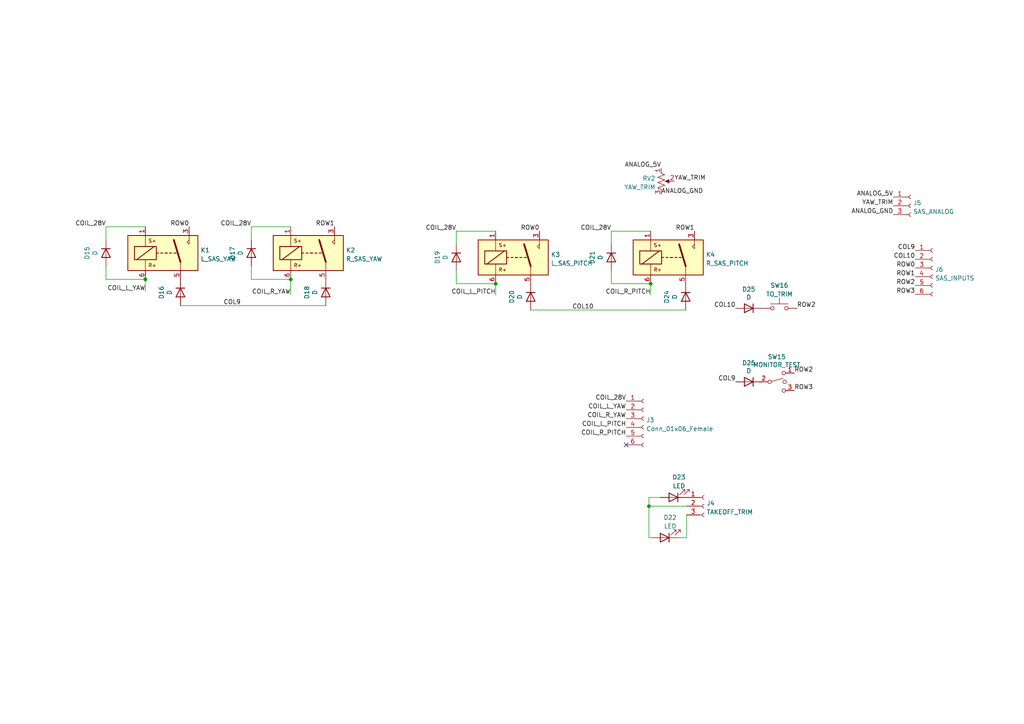
<source format=kicad_sch>
(kicad_sch (version 20230121) (generator eeschema)
  (paper "A4")
  (lib_symbols
    (symbol "Connector:Conn_01x03_Female" (pin_names (offset 1.016) hide)
      (property "Reference" "J" (at 0 5.08 0))
      (property "Value" "Conn_01x03_Female" (at 0 -5.08 0))
      (symbol "Conn_01x03_Female_1_1"
        (arc (start 0 -2.032) (mid -0.5058 -2.54) (end 0 -3.048) (stroke (width 0.1524)))
        (polyline (pts (xy -1.27 -2.54) (xy -0.508 -2.54)) (stroke (width 0.1524)))
        (polyline (pts (xy -1.27 0) (xy -0.508 0)) (stroke (width 0.1524)))
        (polyline (pts (xy -1.27 2.54) (xy -0.508 2.54)) (stroke (width 0.1524)))
        (arc (start 0 0.508) (mid -0.5058 0) (end 0 -0.508) (stroke (width 0.1524)))
        (arc (start 0 3.048) (mid -0.5058 2.54) (end 0 2.032) (stroke (width 0.1524)))
        (pin passive line (at -5.08 2.54 0) (length 3.81) (name "Pin_1") (number "1"))
        (pin passive line (at -5.08 0 0) (length 3.81) (name "Pin_2") (number "2"))
        (pin passive line (at -5.08 -2.54 0) (length 3.81) (name "Pin_3") (number "3"))
      )
    )
    (symbol "Connector:Conn_01x06_Female" (pin_names (offset 1.016) hide)
      (property "Reference" "J" (at 0 7.62 0))
      (property "Value" "Conn_01x06_Female" (at 0 -10.16 0))
      (symbol "Conn_01x06_Female_1_1"
        (arc (start 0 -7.112) (mid -0.5058 -7.62) (end 0 -8.128) (stroke (width 0.1524)))
        (arc (start 0 -4.572) (mid -0.5058 -5.08) (end 0 -5.588) (stroke (width 0.1524)))
        (arc (start 0 -2.032) (mid -0.5058 -2.54) (end 0 -3.048) (stroke (width 0.1524)))
        (polyline (pts (xy -1.27 -7.62) (xy -0.508 -7.62)) (stroke (width 0.1524)))
        (polyline (pts (xy -1.27 -5.08) (xy -0.508 -5.08)) (stroke (width 0.1524)))
        (polyline (pts (xy -1.27 -2.54) (xy -0.508 -2.54)) (stroke (width 0.1524)))
        (polyline (pts (xy -1.27 0) (xy -0.508 0)) (stroke (width 0.1524)))
        (polyline (pts (xy -1.27 2.54) (xy -0.508 2.54)) (stroke (width 0.1524)))
        (polyline (pts (xy -1.27 5.08) (xy -0.508 5.08)) (stroke (width 0.1524)))
        (arc (start 0 0.508) (mid -0.5058 0) (end 0 -0.508) (stroke (width 0.1524)))
        (arc (start 0 3.048) (mid -0.5058 2.54) (end 0 2.032) (stroke (width 0.1524)))
        (arc (start 0 5.588) (mid -0.5058 5.08) (end 0 4.572) (stroke (width 0.1524)))
        (pin passive line (at -5.08 5.08 0) (length 3.81) (name "Pin_1") (number "1"))
        (pin passive line (at -5.08 2.54 0) (length 3.81) (name "Pin_2") (number "2"))
        (pin passive line (at -5.08 0 0) (length 3.81) (name "Pin_3") (number "3"))
        (pin passive line (at -5.08 -2.54 0) (length 3.81) (name "Pin_4") (number "4"))
        (pin passive line (at -5.08 -5.08 0) (length 3.81) (name "Pin_5") (number "5"))
        (pin passive line (at -5.08 -7.62 0) (length 3.81) (name "Pin_6") (number "6"))
      )
    )
    (symbol "Device:D" (pin_numbers hide) (pin_names (offset 1.016) hide)
      (property "Reference" "D" (at 0 2.54 0))
      (property "Value" "D" (at 0 -2.54 0))
      (symbol "D_0_1"
        (polyline (pts (xy -1.27 1.27) (xy -1.27 -1.27)) (stroke (width 0.254)))
        (polyline (pts (xy 1.27 0) (xy -1.27 0)))
        (polyline (pts (xy 1.27 1.27) (xy 1.27 -1.27) (xy -1.27 0) (xy 1.27 1.27)) (stroke (width 0.254)))
      )
      (symbol "D_1_1"
        (pin passive line (at -3.81 0 0) (length 2.54) (name "K") (number "1"))
        (pin passive line (at 3.81 0 180) (length 2.54) (name "A") (number "2"))
      )
    )
    (symbol "Device:LED" (pin_numbers hide) (pin_names (offset 1.016) hide)
      (property "Reference" "D" (at 0 2.54 0))
      (property "Value" "LED" (at 0 -2.54 0))
      (symbol "LED_0_1"
        (polyline (pts (xy -1.27 -1.27) (xy -1.27 1.27)) (stroke (width 0.254)))
        (polyline (pts (xy -1.27 0) (xy 1.27 0)))
        (polyline (pts (xy 1.27 -1.27) (xy 1.27 1.27) (xy -1.27 0) (xy 1.27 -1.27)) (stroke (width 0.254)))
        (polyline (pts (xy -3.048 -0.762) (xy -4.572 -2.286) (xy -3.81 -2.286) (xy -4.572 -2.286) (xy -4.572 -1.524)))
        (polyline (pts (xy -1.778 -0.762) (xy -3.302 -2.286) (xy -2.54 -2.286) (xy -3.302 -2.286) (xy -3.302 -1.524)))
      )
      (symbol "LED_1_1"
        (pin passive line (at -3.81 0 0) (length 2.54) (name "K") (number "1"))
        (pin passive line (at 3.81 0 180) (length 2.54) (name "A") (number "2"))
      )
    )
    (symbol "Device:R_Potentiometer_US" (pin_names (offset 1.016) hide)
      (property "Reference" "RV" (at -4.445 0 90))
      (property "Value" "R_Potentiometer_US" (at -2.54 0 90))
      (symbol "R_Potentiometer_US_0_1"
        (polyline (pts (xy 0 -2.286) (xy 0 -2.54)))
        (polyline (pts (xy 0 2.54) (xy 0 2.286)))
        (polyline (pts (xy 2.54 0) (xy 1.524 0)))
        (polyline (pts (xy 1.143 0) (xy 2.286 0.508) (xy 2.286 -0.508) (xy 1.143 0)) (fill (type outline)))
        (polyline (pts (xy 0 -0.762) (xy 1.016 -1.143) (xy 0 -1.524) (xy -1.016 -1.905) (xy 0 -2.286)))
        (polyline (pts (xy 0 0.762) (xy 1.016 0.381) (xy 0 0) (xy -1.016 -0.381) (xy 0 -0.762)))
        (polyline (pts (xy 0 2.286) (xy 1.016 1.905) (xy 0 1.524) (xy -1.016 1.143) (xy 0 0.762)))
      )
      (symbol "R_Potentiometer_US_1_1"
        (pin passive line (at 0 3.81 270) (length 1.27) (name "1") (number "1"))
        (pin passive line (at 3.81 0 180) (length 1.27) (name "2") (number "2"))
        (pin passive line (at 0 -3.81 90) (length 1.27) (name "3") (number "3"))
      )
    )
    (symbol "Relay:ADW11"
      (property "Reference" "K" (at 11.43 3.81 0))
      (property "Value" "ADW11" (at 13.97 1.27 0))
      (symbol "ADW11_1_1"
        (rectangle (start -10.16 5.08) (end 10.16 -5.08) (stroke (width 0.254)) (fill (type background)))
        (rectangle (start -8.255 1.905) (end -1.905 -1.905) (stroke (width 0.254)))
        (polyline (pts (xy -7.62 -1.905) (xy -2.54 1.905)) (stroke (width 0.254)))
        (polyline (pts (xy -5.08 -5.08) (xy -5.08 -1.905)))
        (polyline (pts (xy -5.08 5.08) (xy -5.08 1.905)))
        (polyline (pts (xy -1.905 0) (xy -1.27 0)) (stroke (width 0.254)))
        (polyline (pts (xy -0.635 0) (xy 0 0)) (stroke (width 0.254)))
        (polyline (pts (xy 0.635 0) (xy 1.27 0)) (stroke (width 0.254)))
        (polyline (pts (xy 0.635 0) (xy 1.27 0)) (stroke (width 0.254)))
        (polyline (pts (xy 1.905 0) (xy 2.54 0)) (stroke (width 0.254)))
        (polyline (pts (xy 3.175 0) (xy 3.81 0)) (stroke (width 0.254)))
        (polyline (pts (xy 5.08 -2.54) (xy 3.175 3.81)) (stroke (width 0.508)))
        (polyline (pts (xy 5.08 -2.54) (xy 5.08 -5.08)))
        (polyline (pts (xy 7.62 3.81) (xy 7.62 5.08)))
        (polyline (pts (xy 7.62 3.81) (xy 7.62 2.54) (xy 6.985 3.175) (xy 7.62 3.81)))
        (text "R+" (at -3.048 -3.556 0) (effects (font (size 1.016 1.016))))
        (text "S+" (at -3.048 3.556 0) (effects (font (size 1.016 1.016))))
        (pin passive line (at -5.08 7.62 270) (length 2.54) (name "~") (number "1"))
        (pin passive line (at 7.62 7.62 270) (length 2.54) (name "~") (number "3"))
        (pin passive line (at 5.08 -7.62 90) (length 2.54) (name "~") (number "5"))
        (pin passive line (at -5.08 -7.62 90) (length 2.54) (name "~") (number "6"))
      )
    )
    (symbol "Switch:SW_Push" (pin_numbers hide) (pin_names (offset 1.016) hide)
      (property "Reference" "SW" (at 1.27 2.54 0))
      (property "Value" "SW_Push" (at 0 -1.524 0))
      (symbol "SW_Push_0_1"
        (circle (center -2.032 0) (radius 0.508))
        (polyline (pts (xy 0 1.27) (xy 0 3.048)))
        (polyline (pts (xy 2.54 1.27) (xy -2.54 1.27)))
        (circle (center 2.032 0) (radius 0.508))
        (pin passive line (at -5.08 0 0) (length 2.54) (name "1") (number "1"))
        (pin passive line (at 5.08 0 180) (length 2.54) (name "2") (number "2"))
      )
    )
    (symbol "Switch:SW_SPDT_MSM" (pin_names (offset 0) hide)
      (property "Reference" "SW" (at 0 5.08 0))
      (property "Value" "SW_SPDT_MSM" (at 0 -5.08 0))
      (symbol "SW_SPDT_MSM_0_0"
        (circle (center -2.032 0) (radius 0.508))
        (polyline (pts (xy -1.524 0.127) (xy 1.778 1.016)))
        (circle (center 2.032 -2.54) (radius 0.508))
      )
      (symbol "SW_SPDT_MSM_0_1"
        (circle (center 2.032 2.54) (radius 0.508))
        (circle (center 2.286 0) (radius 0.508))
      )
      (symbol "SW_SPDT_MSM_1_1"
        (pin passive line (at 5.08 2.54 180) (length 2.54) (name "1") (number "1"))
        (pin passive line (at -5.08 0 0) (length 2.54) (name "2") (number "2"))
        (pin passive line (at 5.08 -2.54 180) (length 2.54) (name "3") (number "3"))
      )
    )
  )
  (junction (at 188.722 82.296))
  (junction (at 188.214 146.812))
  (junction (at 42.164 81.026))
  (junction (at 143.764 82.296))
  (junction (at 84.328 81.026))
  (no_connect (at 181.61 129.032))
  (wire (pts (xy 132.334 67.056) (xy 132.334 70.866)))
  (wire (pts (xy 177.292 67.056) (xy 177.292 70.866)))
  (wire (pts (xy 199.136 155.956) (xy 196.596 155.956)))
  (wire (pts (xy 188.722 67.056) (xy 177.292 67.056)))
  (wire (pts (xy 72.898 65.786) (xy 72.898 69.596)))
  (wire (pts (xy 42.164 65.786) (xy 30.734 65.786)))
  (wire (pts (xy 84.328 81.026) (xy 84.328 85.598)))
  (wire (pts (xy 42.164 81.026) (xy 30.734 81.026)))
  (wire (pts (xy 188.214 146.812) (xy 199.136 146.812)))
  (wire (pts (xy 52.324 88.646) (xy 94.488 88.646)))
  (wire (pts (xy 188.214 155.956) (xy 188.976 155.956)))
  (wire (pts (xy 153.924 89.916) (xy 198.882 89.916)))
  (wire (pts (xy 84.328 81.026) (xy 72.898 81.026)))
  (wire (pts (xy 220.98 110.744) (xy 220.218 110.744)))
  (wire (pts (xy 188.722 82.296) (xy 177.292 82.296)))
  (wire (pts (xy 188.722 82.296) (xy 188.722 85.598)))
  (wire (pts (xy 199.136 149.352) (xy 199.136 155.956)))
  (wire (pts (xy 30.734 65.786) (xy 30.734 69.596)))
  (wire (pts (xy 143.764 67.056) (xy 132.334 67.056)))
  (wire (pts (xy 177.292 82.296) (xy 177.292 78.486)))
  (wire (pts (xy 42.164 81.026) (xy 42.164 84.582)))
  (wire (pts (xy 191.516 144.272) (xy 188.214 144.272)))
  (wire (pts (xy 143.764 82.296) (xy 132.334 82.296)))
  (wire (pts (xy 84.328 65.786) (xy 72.898 65.786)))
  (wire (pts (xy 188.214 144.272) (xy 188.214 146.812)))
  (wire (pts (xy 72.898 81.026) (xy 72.898 77.216)))
  (wire (pts (xy 143.764 82.296) (xy 143.764 85.598)))
  (wire (pts (xy 30.734 81.026) (xy 30.734 77.216)))
  (wire (pts (xy 132.334 82.296) (xy 132.334 78.486)))
  (wire (pts (xy 188.214 146.812) (xy 188.214 155.956)))
  (label "ANALOG_5V" (at 259.08 57.15 180))
  (label "ANALOG_GND" (at 259.08 62.23 180))
  (label "ROW2" (at 230.378 108.204 0))
  (label "COL9" (at 213.36 110.744 180))
  (label "ROW0" (at 265.43 77.724 180))
  (label "COL9" (at 265.43 72.644 180))
  (label "COIL_R_PITCH" (at 188.722 85.598 180))
  (label "COIL_R_PITCH" (at 181.61 126.492 180))
  (label "ROW1" (at 97.028 65.786 180))
  (label "ROW0" (at 54.864 65.786 180))
  (label "COL10" (at 265.43 75.184 180))
  (label "COIL_R_YAW" (at 181.61 121.412 180))
  (label "ANALOG_GND" (at 191.77 56.388 0))
  (label "ROW3" (at 265.43 85.344 180))
  (label "COIL_28V" (at 30.734 65.786 180))
  (label "COIL_L_YAW" (at 181.61 118.872 180))
  (label "COL10" (at 172.212 89.916 180))
  (label "COIL_28V" (at 181.61 116.332 180))
  (label "COIL_28V" (at 132.334 67.056 180))
  (label "COL10" (at 213.36 89.408 180))
  (label "ROW0" (at 156.464 67.056 180))
  (label "YAW_TRIM" (at 259.08 59.69 180))
  (label "COIL_L_YAW" (at 42.164 84.582 180))
  (label "COIL_28V" (at 177.292 67.056 180))
  (label "ROW2" (at 231.14 89.408 0))
  (label "ROW1" (at 201.422 67.056 180))
  (label "COIL_28V" (at 72.898 65.786 180))
  (label "ANALOG_5V" (at 191.77 48.768 180))
  (label "COL9" (at 69.85 88.646 180))
  (label "ROW3" (at 230.378 113.284 0))
  (label "ROW2" (at 265.43 82.804 180))
  (label "YAW_TRIM" (at 195.58 52.578 0))
  (label "COIL_R_YAW" (at 84.328 85.598 180))
  (label "ROW1" (at 265.43 80.264 180))
  (label "COIL_L_PITCH" (at 143.764 85.598 180))
  (label "COIL_L_PITCH" (at 181.61 123.952 180))
  (symbol (lib_id "Device:LED") (at 192.786 155.956 180) (unit 1)
    (property "Reference" "D22" (at 194.3735 150.0972 0))
    (property "Value" "LED" (at 194.3735 152.6341 0))
    (property "Footprint" "Connector_Molex:Molex_KK-254_AE-6410-02A_1x02_P2.54mm_Vertical" (effects hide))
  )
  (symbol (lib_id "Connector:Conn_01x06_Female") (at 270.51 77.724 0) (unit 1)
    (property "Reference" "J6" (at 271.2212 78.1593 0) (effects (justify left)))
    (property "Value" "SAS_INPUTS" (at 271.2212 80.6962 0) (effects (justify left)))
  )
  (symbol (lib_id "Relay:ADW11") (at 148.844 74.676 0) (unit 1)
    (property "Reference" "K3" (at 159.766 73.8413 0) (effects (justify left)))
    (property "Value" "L_SAS_PITCH" (at 159.766 76.3782 0) (effects (justify left)))
    (property "Footprint" "Relay_THT:Relay_1P1T_NO_10x24x18.8mm_Panasonic_ADW11xxxxW_THT" (effects hide))
    (property "Datasheet" "https://www.panasonic-electric-works.com/pew/es/downloads/ds_dw_hl_en.pdf" (effects hide))
  )
  (symbol (lib_id "Relay:ADW11") (at 193.802 74.676 0) (unit 1)
    (property "Reference" "K4" (at 204.724 73.8413 0) (effects (justify left)))
    (property "Value" "R_SAS_PITCH" (at 204.724 76.3782 0) (effects (justify left)))
    (property "Footprint" "Relay_THT:Relay_1P1T_NO_10x24x18.8mm_Panasonic_ADW11xxxxW_THT" (effects hide))
    (property "Datasheet" "https://www.panasonic-electric-works.com/pew/es/downloads/ds_dw_hl_en.pdf" (effects hide))
  )
  (symbol (lib_id "Connector:Conn_01x03_Female") (at 204.216 146.812 0) (unit 1)
    (property "Reference" "J4" (at 204.9272 145.9773 0) (effects (justify left)))
    (property "Value" "TAKEOFF_TRIM" (at 204.9272 148.5142 0) (effects (justify left)))
  )
  (symbol (lib_id "Device:D") (at 52.324 84.836 90) (mirror x) (unit 1)
    (property "Reference" "D16" (at 46.8376 84.836 0))
    (property "Value" "D" (at 49.149 84.836 0))
    (property "Footprint" "Diode_THT:D_A-405_P7.62mm_Horizontal" (effects hide))
  )
  (symbol (lib_id "Device:D") (at 198.882 86.106 90) (mirror x) (unit 1)
    (property "Reference" "D24" (at 193.3956 86.106 0))
    (property "Value" "D" (at 195.707 86.106 0))
    (property "Footprint" "Diode_THT:D_A-405_P7.62mm_Horizontal" (effects hide))
  )
  (symbol (lib_id "Relay:ADW11") (at 89.408 73.406 0) (unit 1)
    (property "Reference" "K2" (at 100.33 72.5713 0) (effects (justify left)))
    (property "Value" "R_SAS_YAW" (at 100.33 75.1082 0) (effects (justify left)))
    (property "Footprint" "Relay_THT:Relay_1P1T_NO_10x24x18.8mm_Panasonic_ADW11xxxxW_THT" (effects hide))
    (property "Datasheet" "https://www.panasonic-electric-works.com/pew/es/downloads/ds_dw_hl_en.pdf" (effects hide))
  )
  (symbol (lib_id "Switch:SW_SPDT_MSM") (at 225.298 110.744 0) (unit 1)
    (property "Reference" "SW15" (at 225.298 103.505 0))
    (property "Value" "MONITOR_TEST" (at 225.298 105.8164 0))
    (property "Footprint" "PT_Library_v001:Molex_1x03_P2.54mm_Vertical" (effects hide))
  )
  (symbol (lib_id "Device:D") (at 30.734 73.406 90) (mirror x) (unit 1)
    (property "Reference" "D15" (at 25.2476 73.406 0))
    (property "Value" "D" (at 27.559 73.406 0))
    (property "Footprint" "Diode_THT:D_A-405_P7.62mm_Horizontal" (effects hide))
  )
  (symbol (lib_id "Device:D") (at 132.334 74.676 90) (mirror x) (unit 1)
    (property "Reference" "D19" (at 126.8476 74.676 0))
    (property "Value" "D" (at 129.159 74.676 0))
    (property "Footprint" "Diode_THT:D_A-405_P7.62mm_Horizontal" (effects hide))
  )
  (symbol (lib_id "Device:D") (at 177.292 74.676 90) (mirror x) (unit 1)
    (property "Reference" "D21" (at 171.8056 74.676 0))
    (property "Value" "D" (at 174.117 74.676 0))
    (property "Footprint" "Diode_THT:D_A-405_P7.62mm_Horizontal" (effects hide))
  )
  (symbol (lib_id "Relay:ADW11") (at 47.244 73.406 0) (unit 1)
    (property "Reference" "K1" (at 58.166 72.5713 0) (effects (justify left)))
    (property "Value" "L_SAS_YAW" (at 58.166 75.1082 0) (effects (justify left)))
    (property "Footprint" "Relay_THT:Relay_1P1T_NO_10x24x18.8mm_Panasonic_ADW11xxxxW_THT" (effects hide))
    (property "Datasheet" "https://www.panasonic-electric-works.com/pew/es/downloads/ds_dw_hl_en.pdf" (effects hide))
  )
  (symbol (lib_id "Device:D") (at 72.898 73.406 90) (mirror x) (unit 1)
    (property "Reference" "D17" (at 67.4116 73.406 0))
    (property "Value" "D" (at 69.723 73.406 0))
    (property "Footprint" "Diode_THT:D_A-405_P7.62mm_Horizontal" (effects hide))
  )
  (symbol (lib_id "Connector:Conn_01x06_Female") (at 186.69 121.412 0) (unit 1)
    (property "Reference" "J3" (at 187.4012 121.8473 0) (effects (justify left)))
    (property "Value" "Conn_01x06_Female" (at 187.4012 124.3842 0) (effects (justify left)))
  )
  (symbol (lib_id "Device:R_Potentiometer_US") (at 191.77 52.578 0) (unit 1)
    (property "Reference" "RV2" (at 190.119 51.7433 0) (effects (justify right)))
    (property "Value" "YAW_TRIM" (at 190.119 54.2802 0) (effects (justify right)))
  )
  (symbol (lib_id "Switch:SW_Push") (at 226.06 89.408 0) (unit 1)
    (property "Reference" "SW16" (at 226.06 82.7872 0))
    (property "Value" "TO_TRIM" (at 226.06 85.3241 0))
    (property "Footprint" "Connector_Molex:Molex_KK-254_AE-6410-02A_1x02_P2.54mm_Vertical" (effects hide))
  )
  (symbol (lib_id "Connector:Conn_01x03_Female") (at 264.16 59.69 0) (unit 1)
    (property "Reference" "J5" (at 264.8712 58.8553 0) (effects (justify left)))
    (property "Value" "SAS_ANALOG" (at 264.8712 61.3922 0) (effects (justify left)))
  )
  (symbol (lib_id "Device:D") (at 217.17 89.408 0) (mirror y) (unit 1)
    (property "Reference" "D25" (at 217.17 83.9216 0))
    (property "Value" "D" (at 217.17 86.233 0))
    (property "Footprint" "Diode_THT:D_A-405_P7.62mm_Horizontal" (effects hide))
  )
  (symbol (lib_id "Device:LED") (at 195.326 144.272 180) (unit 1)
    (property "Reference" "D23" (at 196.9135 138.4132 0))
    (property "Value" "LED" (at 196.9135 140.9501 0))
    (property "Footprint" "Connector_Molex:Molex_KK-254_AE-6410-02A_1x02_P2.54mm_Vertical" (effects hide))
  )
  (symbol (lib_id "Device:D") (at 94.488 84.836 90) (mirror x) (unit 1)
    (property "Reference" "D18" (at 89.0016 84.836 0))
    (property "Value" "D" (at 91.313 84.836 0))
    (property "Footprint" "Diode_THT:D_A-405_P7.62mm_Horizontal" (effects hide))
  )
  (symbol (lib_id "Device:D") (at 217.17 110.744 0) (mirror y) (unit 1)
    (property "Reference" "D26" (at 217.17 105.2576 0))
    (property "Value" "D" (at 217.17 107.569 0))
    (property "Footprint" "PT_Library_v001:D_Signal_P7.62mm_Horizontal" (effects hide))
  )
  (symbol (lib_id "Device:D") (at 153.924 86.106 90) (mirror x) (unit 1)
    (property "Reference" "D20" (at 148.4376 86.106 0))
    (property "Value" "D" (at 150.749 86.106 0))
    (property "Footprint" "Diode_THT:D_A-405_P7.62mm_Horizontal" (effects hide))
  )
)
</source>
